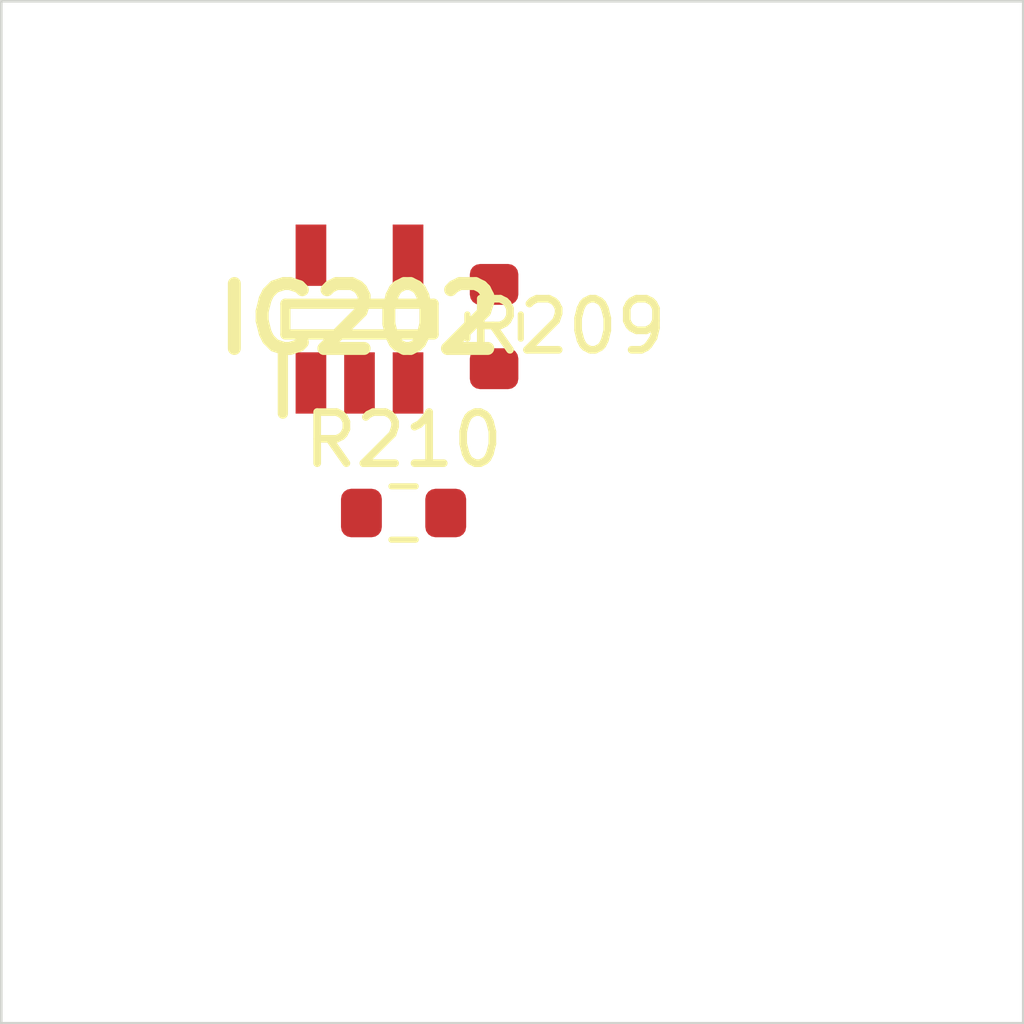
<source format=kicad_pcb>
 ( kicad_pcb  ( version 20171130 )
 ( host pcbnew 5.1.12-84ad8e8a86~92~ubuntu18.04.1 )
 ( general  ( thickness 1.6 )
 ( drawings 4 )
 ( tracks 0 )
 ( zones 0 )
 ( modules 3 )
 ( nets 5 )
)
 ( page A4 )
 ( layers  ( 0 F.Cu signal )
 ( 31 B.Cu signal )
 ( 32 B.Adhes user )
 ( 33 F.Adhes user )
 ( 34 B.Paste user )
 ( 35 F.Paste user )
 ( 36 B.SilkS user )
 ( 37 F.SilkS user )
 ( 38 B.Mask user )
 ( 39 F.Mask user )
 ( 40 Dwgs.User user )
 ( 41 Cmts.User user )
 ( 42 Eco1.User user )
 ( 43 Eco2.User user )
 ( 44 Edge.Cuts user )
 ( 45 Margin user )
 ( 46 B.CrtYd user )
 ( 47 F.CrtYd user )
 ( 48 B.Fab user )
 ( 49 F.Fab user )
)
 ( setup  ( last_trace_width 0.25 )
 ( trace_clearance 0.2 )
 ( zone_clearance 0.508 )
 ( zone_45_only no )
 ( trace_min 0.2 )
 ( via_size 0.8 )
 ( via_drill 0.4 )
 ( via_min_size 0.4 )
 ( via_min_drill 0.3 )
 ( uvia_size 0.3 )
 ( uvia_drill 0.1 )
 ( uvias_allowed no )
 ( uvia_min_size 0.2 )
 ( uvia_min_drill 0.1 )
 ( edge_width 0.05 )
 ( segment_width 0.2 )
 ( pcb_text_width 0.3 )
 ( pcb_text_size 1.5 1.5 )
 ( mod_edge_width 0.12 )
 ( mod_text_size 1 1 )
 ( mod_text_width 0.15 )
 ( pad_size 1.524 1.524 )
 ( pad_drill 0.762 )
 ( pad_to_mask_clearance 0 )
 ( aux_axis_origin 0 0 )
 ( visible_elements FFFFFF7F )
 ( pcbplotparams  ( layerselection 0x010fc_ffffffff )
 ( usegerberextensions false )
 ( usegerberattributes true )
 ( usegerberadvancedattributes true )
 ( creategerberjobfile true )
 ( excludeedgelayer true )
 ( linewidth 0.100000 )
 ( plotframeref false )
 ( viasonmask false )
 ( mode 1 )
 ( useauxorigin false )
 ( hpglpennumber 1 )
 ( hpglpenspeed 20 )
 ( hpglpendiameter 15.000000 )
 ( psnegative false )
 ( psa4output false )
 ( plotreference true )
 ( plotvalue true )
 ( plotinvisibletext false )
 ( padsonsilk false )
 ( subtractmaskfromsilk false )
 ( outputformat 1 )
 ( mirror false )
 ( drillshape 1 )
 ( scaleselection 1 )
 ( outputdirectory "" )
)
)
 ( net 0 "" )
 ( net 1 GND )
 ( net 2 VDDA )
 ( net 3 /Sheet6235D886/vp )
 ( net 4 "Net-(IC202-Pad3)" )
 ( net_class Default "This is the default net class."  ( clearance 0.2 )
 ( trace_width 0.25 )
 ( via_dia 0.8 )
 ( via_drill 0.4 )
 ( uvia_dia 0.3 )
 ( uvia_drill 0.1 )
 ( add_net /Sheet6235D886/vp )
 ( add_net GND )
 ( add_net "Net-(IC202-Pad3)" )
 ( add_net VDDA )
)
 ( module SOT95P280X145-5N locked  ( layer F.Cu )
 ( tedit 62336ED7 )
 ( tstamp 623423ED )
 ( at 87.010600 106.220000 90.000000 )
 ( descr DBV0005A )
 ( tags "Integrated Circuit" )
 ( path /6235D887/6266C08E )
 ( attr smd )
 ( fp_text reference IC202  ( at 0 0 )
 ( layer F.SilkS )
 ( effects  ( font  ( size 1.27 1.27 )
 ( thickness 0.254 )
)
)
)
 ( fp_text value TL071HIDBVR  ( at 0 0 )
 ( layer F.SilkS )
hide  ( effects  ( font  ( size 1.27 1.27 )
 ( thickness 0.254 )
)
)
)
 ( fp_line  ( start -1.85 -1.5 )
 ( end -0.65 -1.5 )
 ( layer F.SilkS )
 ( width 0.2 )
)
 ( fp_line  ( start -0.3 1.45 )
 ( end -0.3 -1.45 )
 ( layer F.SilkS )
 ( width 0.2 )
)
 ( fp_line  ( start 0.3 1.45 )
 ( end -0.3 1.45 )
 ( layer F.SilkS )
 ( width 0.2 )
)
 ( fp_line  ( start 0.3 -1.45 )
 ( end 0.3 1.45 )
 ( layer F.SilkS )
 ( width 0.2 )
)
 ( fp_line  ( start -0.3 -1.45 )
 ( end 0.3 -1.45 )
 ( layer F.SilkS )
 ( width 0.2 )
)
 ( fp_line  ( start -0.8 -0.5 )
 ( end 0.15 -1.45 )
 ( layer Dwgs.User )
 ( width 0.1 )
)
 ( fp_line  ( start -0.8 1.45 )
 ( end -0.8 -1.45 )
 ( layer Dwgs.User )
 ( width 0.1 )
)
 ( fp_line  ( start 0.8 1.45 )
 ( end -0.8 1.45 )
 ( layer Dwgs.User )
 ( width 0.1 )
)
 ( fp_line  ( start 0.8 -1.45 )
 ( end 0.8 1.45 )
 ( layer Dwgs.User )
 ( width 0.1 )
)
 ( fp_line  ( start -0.8 -1.45 )
 ( end 0.8 -1.45 )
 ( layer Dwgs.User )
 ( width 0.1 )
)
 ( fp_line  ( start -2.1 1.775 )
 ( end -2.1 -1.775 )
 ( layer Dwgs.User )
 ( width 0.05 )
)
 ( fp_line  ( start 2.1 1.775 )
 ( end -2.1 1.775 )
 ( layer Dwgs.User )
 ( width 0.05 )
)
 ( fp_line  ( start 2.1 -1.775 )
 ( end 2.1 1.775 )
 ( layer Dwgs.User )
 ( width 0.05 )
)
 ( fp_line  ( start -2.1 -1.775 )
 ( end 2.1 -1.775 )
 ( layer Dwgs.User )
 ( width 0.05 )
)
 ( pad 1 smd rect  ( at -1.25 -0.95 180.000000 )
 ( size 0.6 1.2 )
 ( layers F.Cu F.Mask F.Paste )
 ( net 3 /Sheet6235D886/vp )
)
 ( pad 2 smd rect  ( at -1.25 0 180.000000 )
 ( size 0.6 1.2 )
 ( layers F.Cu F.Mask F.Paste )
 ( net 1 GND )
)
 ( pad 3 smd rect  ( at -1.25 0.95 180.000000 )
 ( size 0.6 1.2 )
 ( layers F.Cu F.Mask F.Paste )
 ( net 4 "Net-(IC202-Pad3)" )
)
 ( pad 4 smd rect  ( at 1.25 0.95 180.000000 )
 ( size 0.6 1.2 )
 ( layers F.Cu F.Mask F.Paste )
 ( net 3 /Sheet6235D886/vp )
)
 ( pad 5 smd rect  ( at 1.25 -0.95 180.000000 )
 ( size 0.6 1.2 )
 ( layers F.Cu F.Mask F.Paste )
 ( net 2 VDDA )
)
)
 ( module Resistor_SMD:R_0603_1608Metric  ( layer F.Cu )
 ( tedit 5F68FEEE )
 ( tstamp 62342595 )
 ( at 89.644600 106.366000 270.000000 )
 ( descr "Resistor SMD 0603 (1608 Metric), square (rectangular) end terminal, IPC_7351 nominal, (Body size source: IPC-SM-782 page 72, https://www.pcb-3d.com/wordpress/wp-content/uploads/ipc-sm-782a_amendment_1_and_2.pdf), generated with kicad-footprint-generator" )
 ( tags resistor )
 ( path /6235D887/623CDBD9 )
 ( attr smd )
 ( fp_text reference R209  ( at 0 -1.43 )
 ( layer F.SilkS )
 ( effects  ( font  ( size 1 1 )
 ( thickness 0.15 )
)
)
)
 ( fp_text value 100k  ( at 0 1.43 )
 ( layer F.Fab )
 ( effects  ( font  ( size 1 1 )
 ( thickness 0.15 )
)
)
)
 ( fp_line  ( start -0.8 0.4125 )
 ( end -0.8 -0.4125 )
 ( layer F.Fab )
 ( width 0.1 )
)
 ( fp_line  ( start -0.8 -0.4125 )
 ( end 0.8 -0.4125 )
 ( layer F.Fab )
 ( width 0.1 )
)
 ( fp_line  ( start 0.8 -0.4125 )
 ( end 0.8 0.4125 )
 ( layer F.Fab )
 ( width 0.1 )
)
 ( fp_line  ( start 0.8 0.4125 )
 ( end -0.8 0.4125 )
 ( layer F.Fab )
 ( width 0.1 )
)
 ( fp_line  ( start -0.237258 -0.5225 )
 ( end 0.237258 -0.5225 )
 ( layer F.SilkS )
 ( width 0.12 )
)
 ( fp_line  ( start -0.237258 0.5225 )
 ( end 0.237258 0.5225 )
 ( layer F.SilkS )
 ( width 0.12 )
)
 ( fp_line  ( start -1.48 0.73 )
 ( end -1.48 -0.73 )
 ( layer F.CrtYd )
 ( width 0.05 )
)
 ( fp_line  ( start -1.48 -0.73 )
 ( end 1.48 -0.73 )
 ( layer F.CrtYd )
 ( width 0.05 )
)
 ( fp_line  ( start 1.48 -0.73 )
 ( end 1.48 0.73 )
 ( layer F.CrtYd )
 ( width 0.05 )
)
 ( fp_line  ( start 1.48 0.73 )
 ( end -1.48 0.73 )
 ( layer F.CrtYd )
 ( width 0.05 )
)
 ( fp_text user %R  ( at 0 0 )
 ( layer F.Fab )
 ( effects  ( font  ( size 0.4 0.4 )
 ( thickness 0.06 )
)
)
)
 ( pad 1 smd roundrect  ( at -0.825 0 270.000000 )
 ( size 0.8 0.95 )
 ( layers F.Cu F.Mask F.Paste )
 ( roundrect_rratio 0.25 )
 ( net 2 VDDA )
)
 ( pad 2 smd roundrect  ( at 0.825 0 270.000000 )
 ( size 0.8 0.95 )
 ( layers F.Cu F.Mask F.Paste )
 ( roundrect_rratio 0.25 )
 ( net 4 "Net-(IC202-Pad3)" )
)
 ( model ${KISYS3DMOD}/Resistor_SMD.3dshapes/R_0603_1608Metric.wrl  ( at  ( xyz 0 0 0 )
)
 ( scale  ( xyz 1 1 1 )
)
 ( rotate  ( xyz 0 0 0 )
)
)
)
 ( module Resistor_SMD:R_0603_1608Metric  ( layer F.Cu )
 ( tedit 5F68FEEE )
 ( tstamp 623425A6 )
 ( at 87.873200 110.015000 )
 ( descr "Resistor SMD 0603 (1608 Metric), square (rectangular) end terminal, IPC_7351 nominal, (Body size source: IPC-SM-782 page 72, https://www.pcb-3d.com/wordpress/wp-content/uploads/ipc-sm-782a_amendment_1_and_2.pdf), generated with kicad-footprint-generator" )
 ( tags resistor )
 ( path /6235D887/623CDBDF )
 ( attr smd )
 ( fp_text reference R210  ( at 0 -1.43 )
 ( layer F.SilkS )
 ( effects  ( font  ( size 1 1 )
 ( thickness 0.15 )
)
)
)
 ( fp_text value 100k  ( at 0 1.43 )
 ( layer F.Fab )
 ( effects  ( font  ( size 1 1 )
 ( thickness 0.15 )
)
)
)
 ( fp_line  ( start 1.48 0.73 )
 ( end -1.48 0.73 )
 ( layer F.CrtYd )
 ( width 0.05 )
)
 ( fp_line  ( start 1.48 -0.73 )
 ( end 1.48 0.73 )
 ( layer F.CrtYd )
 ( width 0.05 )
)
 ( fp_line  ( start -1.48 -0.73 )
 ( end 1.48 -0.73 )
 ( layer F.CrtYd )
 ( width 0.05 )
)
 ( fp_line  ( start -1.48 0.73 )
 ( end -1.48 -0.73 )
 ( layer F.CrtYd )
 ( width 0.05 )
)
 ( fp_line  ( start -0.237258 0.5225 )
 ( end 0.237258 0.5225 )
 ( layer F.SilkS )
 ( width 0.12 )
)
 ( fp_line  ( start -0.237258 -0.5225 )
 ( end 0.237258 -0.5225 )
 ( layer F.SilkS )
 ( width 0.12 )
)
 ( fp_line  ( start 0.8 0.4125 )
 ( end -0.8 0.4125 )
 ( layer F.Fab )
 ( width 0.1 )
)
 ( fp_line  ( start 0.8 -0.4125 )
 ( end 0.8 0.4125 )
 ( layer F.Fab )
 ( width 0.1 )
)
 ( fp_line  ( start -0.8 -0.4125 )
 ( end 0.8 -0.4125 )
 ( layer F.Fab )
 ( width 0.1 )
)
 ( fp_line  ( start -0.8 0.4125 )
 ( end -0.8 -0.4125 )
 ( layer F.Fab )
 ( width 0.1 )
)
 ( fp_text user %R  ( at 0 0 )
 ( layer F.Fab )
 ( effects  ( font  ( size 0.4 0.4 )
 ( thickness 0.06 )
)
)
)
 ( pad 2 smd roundrect  ( at 0.825 0 )
 ( size 0.8 0.95 )
 ( layers F.Cu F.Mask F.Paste )
 ( roundrect_rratio 0.25 )
 ( net 1 GND )
)
 ( pad 1 smd roundrect  ( at -0.825 0 )
 ( size 0.8 0.95 )
 ( layers F.Cu F.Mask F.Paste )
 ( roundrect_rratio 0.25 )
 ( net 4 "Net-(IC202-Pad3)" )
)
 ( model ${KISYS3DMOD}/Resistor_SMD.3dshapes/R_0603_1608Metric.wrl  ( at  ( xyz 0 0 0 )
)
 ( scale  ( xyz 1 1 1 )
)
 ( rotate  ( xyz 0 0 0 )
)
)
)
 ( gr_line  ( start 100 100 )
 ( end 100 120 )
 ( layer Edge.Cuts )
 ( width 0.05 )
 ( tstamp 62E770C4 )
)
 ( gr_line  ( start 80 120 )
 ( end 100 120 )
 ( layer Edge.Cuts )
 ( width 0.05 )
 ( tstamp 62E770C0 )
)
 ( gr_line  ( start 80 100 )
 ( end 100 100 )
 ( layer Edge.Cuts )
 ( width 0.05 )
 ( tstamp 6234110C )
)
 ( gr_line  ( start 80 100 )
 ( end 80 120 )
 ( layer Edge.Cuts )
 ( width 0.05 )
)
)

</source>
